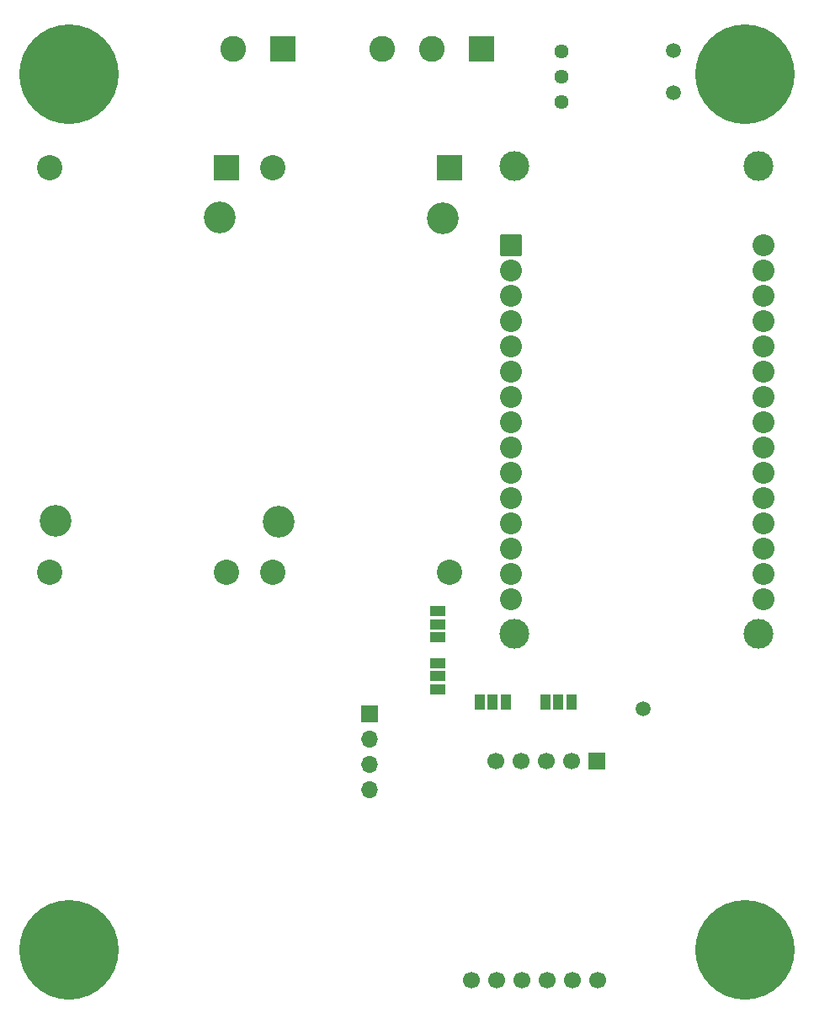
<source format=gbr>
%TF.GenerationSoftware,KiCad,Pcbnew,8.0.7*%
%TF.CreationDate,2025-04-11T13:17:33+07:00*%
%TF.ProjectId,esp32_getstok_testing-2,65737033-325f-4676-9574-73746f6b5f74,rev?*%
%TF.SameCoordinates,Original*%
%TF.FileFunction,Soldermask,Top*%
%TF.FilePolarity,Negative*%
%FSLAX46Y46*%
G04 Gerber Fmt 4.6, Leading zero omitted, Abs format (unit mm)*
G04 Created by KiCad (PCBNEW 8.0.7) date 2025-04-11 13:17:33*
%MOMM*%
%LPD*%
G01*
G04 APERTURE LIST*
G04 Aperture macros list*
%AMRoundRect*
0 Rectangle with rounded corners*
0 $1 Rounding radius*
0 $2 $3 $4 $5 $6 $7 $8 $9 X,Y pos of 4 corners*
0 Add a 4 corners polygon primitive as box body*
4,1,4,$2,$3,$4,$5,$6,$7,$8,$9,$2,$3,0*
0 Add four circle primitives for the rounded corners*
1,1,$1+$1,$2,$3*
1,1,$1+$1,$4,$5*
1,1,$1+$1,$6,$7*
1,1,$1+$1,$8,$9*
0 Add four rect primitives between the rounded corners*
20,1,$1+$1,$2,$3,$4,$5,0*
20,1,$1+$1,$4,$5,$6,$7,0*
20,1,$1+$1,$6,$7,$8,$9,0*
20,1,$1+$1,$8,$9,$2,$3,0*%
G04 Aperture macros list end*
%ADD10R,1.500000X1.000000*%
%ADD11R,1.000000X1.500000*%
%ADD12R,2.540000X2.540000*%
%ADD13C,2.540000*%
%ADD14C,1.440000*%
%ADD15C,3.200000*%
%ADD16C,1.500000*%
%ADD17C,3.000000*%
%ADD18RoundRect,0.102000X-1.000000X-1.000000X1.000000X-1.000000X1.000000X1.000000X-1.000000X1.000000X0*%
%ADD19C,2.204000*%
%ADD20R,1.700000X1.700000*%
%ADD21C,10.000000*%
%ADD22C,1.700000*%
%ADD23R,2.600000X2.600000*%
%ADD24C,2.600000*%
%ADD25O,1.700000X1.700000*%
G04 APERTURE END LIST*
D10*
%TO.C,JP4*%
X214760000Y-97740000D03*
X214760000Y-99040000D03*
X214760000Y-100340000D03*
%TD*%
D11*
%TO.C,JP1*%
X218960000Y-101640000D03*
X220260000Y-101640000D03*
X221560000Y-101640000D03*
%TD*%
D12*
%TO.C,U3*%
X215880000Y-47960000D03*
D13*
X198100000Y-47960000D03*
X198100000Y-88600000D03*
X215880000Y-88600000D03*
%TD*%
D14*
%TO.C,RV1*%
X227160000Y-36250000D03*
X227160000Y-38790000D03*
X227160000Y-41330000D03*
%TD*%
D15*
%TO.C,H3*%
X198745000Y-83505000D03*
%TD*%
D16*
%TO.C,TP2*%
X238460000Y-36240000D03*
%TD*%
D15*
%TO.C,H1*%
X176300000Y-83480000D03*
%TD*%
D17*
%TO.C,U1*%
X222480000Y-47800000D03*
X222480000Y-94750000D03*
X246990000Y-47800000D03*
X246990000Y-94750000D03*
D18*
X222060000Y-55760000D03*
D19*
X222060000Y-58300000D03*
X222060000Y-60840000D03*
X222060000Y-63380000D03*
X222060000Y-65920000D03*
X222060000Y-68460000D03*
X222060000Y-71000000D03*
X222060000Y-73540000D03*
X222060000Y-76080000D03*
X222060000Y-78620000D03*
X222060000Y-81160000D03*
X222060000Y-83700000D03*
X222060000Y-86240000D03*
X222060000Y-88780000D03*
X222060000Y-91320000D03*
X247460000Y-91320000D03*
X247460000Y-88780000D03*
X247460000Y-86240000D03*
X247460000Y-83700000D03*
X247460000Y-81160000D03*
X247460000Y-78620000D03*
X247460000Y-76080000D03*
X247460000Y-73540000D03*
X247460000Y-71000000D03*
X247460000Y-68460000D03*
X247460000Y-65920000D03*
X247460000Y-63380000D03*
X247460000Y-60840000D03*
X247460000Y-58300000D03*
X247460000Y-55760000D03*
%TD*%
D20*
%TO.C,J3*%
X215895000Y-47965000D03*
%TD*%
%TO.C,J11*%
X175660000Y-47940000D03*
%TD*%
D21*
%TO.C,H6*%
X245660000Y-38540000D03*
%TD*%
D12*
%TO.C,U2*%
X193470000Y-47930000D03*
D13*
X175690000Y-47930000D03*
X175690000Y-88570000D03*
X193470000Y-88570000D03*
%TD*%
D20*
%TO.C,J9*%
X175660000Y-88540000D03*
%TD*%
%TO.C,U4*%
X230710000Y-107580000D03*
D22*
X228170000Y-107580000D03*
X225630000Y-107580000D03*
X223090000Y-107580000D03*
X220550000Y-107580000D03*
X218090000Y-129580000D03*
X220630000Y-129580000D03*
X223170000Y-129580000D03*
X225710000Y-129580000D03*
X228250000Y-129580000D03*
X230790000Y-129580000D03*
%TD*%
D21*
%TO.C,H7*%
X245660000Y-126540000D03*
%TD*%
D10*
%TO.C,JP3*%
X214760000Y-92540000D03*
X214760000Y-93840000D03*
X214760000Y-95140000D03*
%TD*%
D23*
%TO.C,J1*%
X199160000Y-36040000D03*
D24*
X194160000Y-36040000D03*
%TD*%
D21*
%TO.C,H8*%
X177660000Y-126540000D03*
%TD*%
D20*
%TO.C,J4*%
X198095000Y-47965000D03*
%TD*%
D11*
%TO.C,JP2*%
X225560000Y-101640000D03*
X226860000Y-101640000D03*
X228160000Y-101640000D03*
%TD*%
D20*
%TO.C,J5*%
X215895000Y-88565000D03*
%TD*%
D21*
%TO.C,H5*%
X177660000Y-38540000D03*
%TD*%
D20*
%TO.C,J7*%
X207860000Y-102840000D03*
D25*
X207860000Y-105380000D03*
X207860000Y-107920000D03*
X207860000Y-110460000D03*
%TD*%
D20*
%TO.C,J10*%
X193460000Y-47940000D03*
%TD*%
%TO.C,J6*%
X198095000Y-88565000D03*
%TD*%
D15*
%TO.C,H2*%
X192820000Y-53000000D03*
%TD*%
D16*
%TO.C,TP1*%
X238460000Y-40440000D03*
%TD*%
D20*
%TO.C,J8*%
X193460000Y-88540000D03*
%TD*%
D23*
%TO.C,J12*%
X219160000Y-36040000D03*
D24*
X214160000Y-36040000D03*
X209160000Y-36040000D03*
%TD*%
D16*
%TO.C,TP4*%
X235360000Y-102340000D03*
%TD*%
D15*
%TO.C,H4*%
X215225000Y-53015000D03*
%TD*%
M02*

</source>
